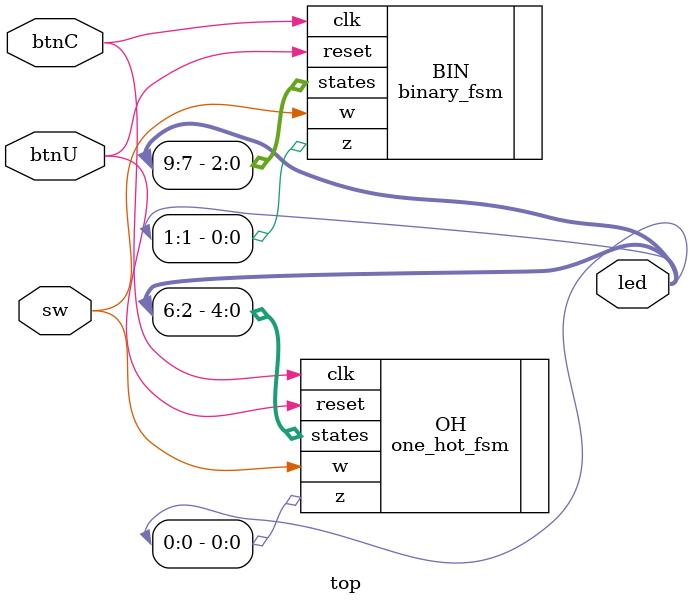
<source format=v>
module top(
    input btnC, //clk
    input btnU, //rst
    input sw, //w
    output [9:0] led //leds
);

    one_hot_fsm OH (
        .clk(btnC),
        .reset(btnU),
        .w(sw),
        .z(led[0]),
        .states(led[6:2])
    );

    binary_fsm BIN (
        .clk(btnC),
        .reset(btnU),
        .w(sw),
        .z(led[1]),
        .states(led[9:7])
    );

endmodule

</source>
